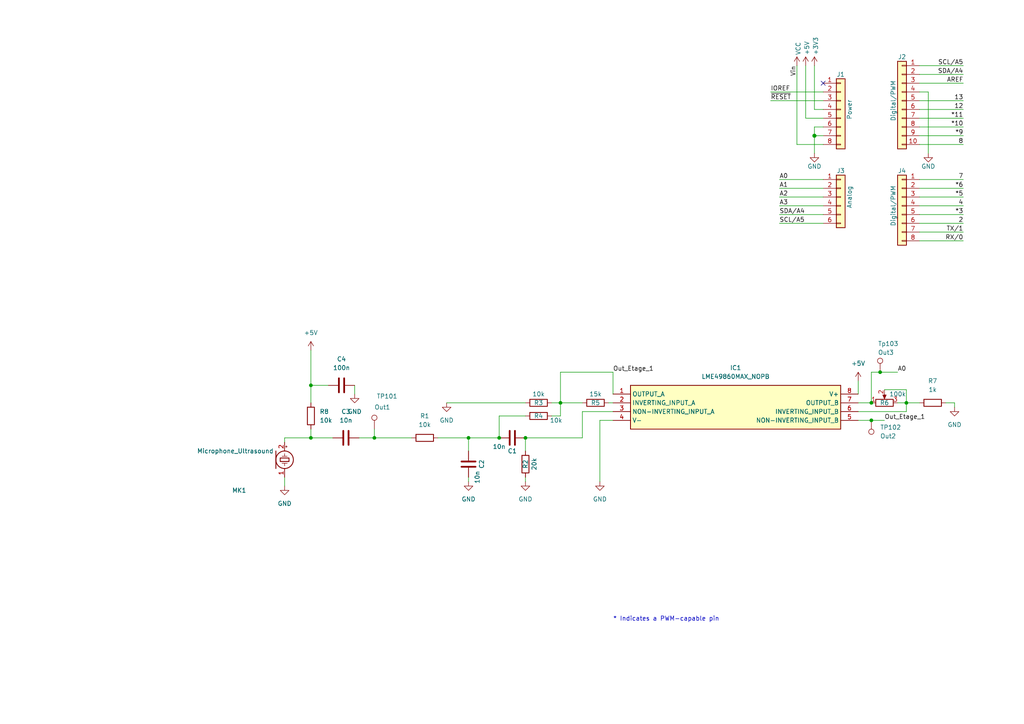
<source format=kicad_sch>
(kicad_sch (version 20230121) (generator eeschema)
  (paper "A4")
  (title_block (date "mar. 31 mars 2015"))
  (lib_symbols
    (symbol "+5V_1" (power) (pin_names (offset 0))
      (property "Value" "+5V_1" (at 0 3.556 0))
      (symbol "+5V_1_0_1"
        (polyline (pts (xy -0.762 1.27) (xy 0 2.54)))
        (polyline (pts (xy 0 0) (xy 0 2.54)))
        (polyline (pts (xy 0 2.54) (xy 0.762 1.27)))
      )
      (symbol "+5V_1_1_1"
        (pin power_in line (at 0 0 90) (length 0) hide (name "+5V") (number "1"))
      )
    )
    (symbol "+5V_2" (power) (pin_names (offset 0))
      (property "Value" "+5V_2" (at 0 3.556 0))
      (symbol "+5V_2_0_1"
        (polyline (pts (xy -0.762 1.27) (xy 0 2.54)))
        (polyline (pts (xy 0 0) (xy 0 2.54)))
        (polyline (pts (xy 0 2.54) (xy 0.762 1.27)))
      )
      (symbol "+5V_2_1_1"
        (pin power_in line (at 0 0 90) (length 0) hide (name "+5V") (number "1"))
      )
    )
    (symbol "Connector:TestPoint" (pin_numbers hide) (pin_names (offset 0.762) hide)
      (property "Reference" "TP" (at 0 6.858 0))
      (property "Value" "TestPoint" (at 0 5.08 0))
      (symbol "TestPoint_0_1"
        (circle (center 0 3.302) (radius 0.762))
      )
      (symbol "TestPoint_1_1"
        (pin passive line (at 0 0 90) (length 2.54) (name "1") (number "1"))
      )
    )
    (symbol "Connector_Generic:Conn_01x06" (pin_names (offset 1.016) hide)
      (property "Reference" "J" (at 0 7.62 0))
      (property "Value" "Conn_01x06" (at 0 -10.16 0))
      (symbol "Conn_01x06_1_1"
        (rectangle (start -1.27 -7.493) (end 0 -7.747) (stroke (width 0.1524)))
        (rectangle (start -1.27 -4.953) (end 0 -5.207) (stroke (width 0.1524)))
        (rectangle (start -1.27 -2.413) (end 0 -2.667) (stroke (width 0.1524)))
        (rectangle (start -1.27 0.127) (end 0 -0.127) (stroke (width 0.1524)))
        (rectangle (start -1.27 2.667) (end 0 2.413) (stroke (width 0.1524)))
        (rectangle (start -1.27 5.207) (end 0 4.953) (stroke (width 0.1524)))
        (rectangle (start -1.27 6.35) (end 1.27 -8.89) (stroke (width 0.254)) (fill (type background)))
        (pin passive line (at -5.08 5.08 0) (length 3.81) (name "Pin_1") (number "1"))
        (pin passive line (at -5.08 2.54 0) (length 3.81) (name "Pin_2") (number "2"))
        (pin passive line (at -5.08 0 0) (length 3.81) (name "Pin_3") (number "3"))
        (pin passive line (at -5.08 -2.54 0) (length 3.81) (name "Pin_4") (number "4"))
        (pin passive line (at -5.08 -5.08 0) (length 3.81) (name "Pin_5") (number "5"))
        (pin passive line (at -5.08 -7.62 0) (length 3.81) (name "Pin_6") (number "6"))
      )
    )
    (symbol "Connector_Generic:Conn_01x08" (pin_names (offset 1.016) hide)
      (property "Reference" "J" (at 0 10.16 0))
      (property "Value" "Conn_01x08" (at 0 -12.7 0))
      (symbol "Conn_01x08_1_1"
        (rectangle (start -1.27 -10.033) (end 0 -10.287) (stroke (width 0.1524)))
        (rectangle (start -1.27 -7.493) (end 0 -7.747) (stroke (width 0.1524)))
        (rectangle (start -1.27 -4.953) (end 0 -5.207) (stroke (width 0.1524)))
        (rectangle (start -1.27 -2.413) (end 0 -2.667) (stroke (width 0.1524)))
        (rectangle (start -1.27 0.127) (end 0 -0.127) (stroke (width 0.1524)))
        (rectangle (start -1.27 2.667) (end 0 2.413) (stroke (width 0.1524)))
        (rectangle (start -1.27 5.207) (end 0 4.953) (stroke (width 0.1524)))
        (rectangle (start -1.27 7.747) (end 0 7.493) (stroke (width 0.1524)))
        (rectangle (start -1.27 8.89) (end 1.27 -11.43) (stroke (width 0.254)) (fill (type background)))
        (pin passive line (at -5.08 7.62 0) (length 3.81) (name "Pin_1") (number "1"))
        (pin passive line (at -5.08 5.08 0) (length 3.81) (name "Pin_2") (number "2"))
        (pin passive line (at -5.08 2.54 0) (length 3.81) (name "Pin_3") (number "3"))
        (pin passive line (at -5.08 0 0) (length 3.81) (name "Pin_4") (number "4"))
        (pin passive line (at -5.08 -2.54 0) (length 3.81) (name "Pin_5") (number "5"))
        (pin passive line (at -5.08 -5.08 0) (length 3.81) (name "Pin_6") (number "6"))
        (pin passive line (at -5.08 -7.62 0) (length 3.81) (name "Pin_7") (number "7"))
        (pin passive line (at -5.08 -10.16 0) (length 3.81) (name "Pin_8") (number "8"))
      )
    )
    (symbol "Connector_Generic:Conn_01x10" (pin_names (offset 1.016) hide)
      (property "Reference" "J" (at 0 12.7 0))
      (property "Value" "Conn_01x10" (at 0 -15.24 0))
      (symbol "Conn_01x10_1_1"
        (rectangle (start -1.27 -12.573) (end 0 -12.827) (stroke (width 0.1524)))
        (rectangle (start -1.27 -10.033) (end 0 -10.287) (stroke (width 0.1524)))
        (rectangle (start -1.27 -7.493) (end 0 -7.747) (stroke (width 0.1524)))
        (rectangle (start -1.27 -4.953) (end 0 -5.207) (stroke (width 0.1524)))
        (rectangle (start -1.27 -2.413) (end 0 -2.667) (stroke (width 0.1524)))
        (rectangle (start -1.27 0.127) (end 0 -0.127) (stroke (width 0.1524)))
        (rectangle (start -1.27 2.667) (end 0 2.413) (stroke (width 0.1524)))
        (rectangle (start -1.27 5.207) (end 0 4.953) (stroke (width 0.1524)))
        (rectangle (start -1.27 7.747) (end 0 7.493) (stroke (width 0.1524)))
        (rectangle (start -1.27 10.287) (end 0 10.033) (stroke (width 0.1524)))
        (rectangle (start -1.27 11.43) (end 1.27 -13.97) (stroke (width 0.254)) (fill (type background)))
        (pin passive line (at -5.08 10.16 0) (length 3.81) (name "Pin_1") (number "1"))
        (pin passive line (at -5.08 -12.7 0) (length 3.81) (name "Pin_10") (number "10"))
        (pin passive line (at -5.08 7.62 0) (length 3.81) (name "Pin_2") (number "2"))
        (pin passive line (at -5.08 5.08 0) (length 3.81) (name "Pin_3") (number "3"))
        (pin passive line (at -5.08 2.54 0) (length 3.81) (name "Pin_4") (number "4"))
        (pin passive line (at -5.08 0 0) (length 3.81) (name "Pin_5") (number "5"))
        (pin passive line (at -5.08 -2.54 0) (length 3.81) (name "Pin_6") (number "6"))
        (pin passive line (at -5.08 -5.08 0) (length 3.81) (name "Pin_7") (number "7"))
        (pin passive line (at -5.08 -7.62 0) (length 3.81) (name "Pin_8") (number "8"))
        (pin passive line (at -5.08 -10.16 0) (length 3.81) (name "Pin_9") (number "9"))
      )
    )
    (symbol "Device:C" (pin_numbers hide) (pin_names (offset 0.254))
      (property "Reference" "C" (at 0.635 2.54 0))
      (property "Value" "C" (at 0.635 -2.54 0))
      (symbol "C_0_1"
        (polyline (pts (xy -2.032 -0.762) (xy 2.032 -0.762)) (stroke (width 0.508)))
        (polyline (pts (xy -2.032 0.762) (xy 2.032 0.762)) (stroke (width 0.508)))
      )
      (symbol "C_1_1"
        (pin passive line (at 0 3.81 270) (length 2.794) (name "~") (number "1"))
        (pin passive line (at 0 -3.81 90) (length 2.794) (name "~") (number "2"))
      )
    )
    (symbol "Device:Microphone_Ultrasound" (pin_names (offset 0.0254) hide)
      (property "Reference" "MK" (at -3.81 1.143 0))
      (property "Value" "Microphone_Ultrasound" (at -3.81 -0.762 0))
      (symbol "Microphone_Ultrasound_0_1"
        (rectangle (start -1.27 0.508) (end 1.27 -0.508) (stroke (width 0.254)))
        (polyline (pts (xy -2.54 2.54) (xy -2.54 -2.54)) (stroke (width 0.254)))
        (polyline (pts (xy -0.762 -1.016) (xy 0.762 -1.016)))
        (polyline (pts (xy -0.762 1.016) (xy 0.762 1.016)))
        (polyline (pts (xy 0 -1.016) (xy 0 -1.778)))
        (polyline (pts (xy 0 1.016) (xy 0 1.778)))
        (polyline (pts (xy 0.254 3.81) (xy 0.762 3.81)))
        (polyline (pts (xy 0.508 4.064) (xy 0.508 3.556)))
        (circle (center 0 0) (radius 2.54) (stroke (width 0.254)))
      )
      (symbol "Microphone_Ultrasound_1_1"
        (pin passive line (at 0 -5.08 90) (length 2.54) (name "-") (number "1"))
        (pin passive line (at 0 5.08 270) (length 2.54) (name "+") (number "2"))
      )
    )
    (symbol "Device:R" (pin_numbers hide) (pin_names (offset 0))
      (property "Reference" "R" (at 2.032 0 90))
      (property "Value" "R" (at 0 0 90))
      (symbol "R_0_1"
        (rectangle (start -1.016 -2.54) (end 1.016 2.54) (stroke (width 0.254)))
      )
      (symbol "R_1_1"
        (pin passive line (at 0 3.81 270) (length 1.27) (name "~") (number "1"))
        (pin passive line (at 0 -3.81 90) (length 1.27) (name "~") (number "2"))
      )
    )
    (symbol "Device:R_Potentiometer" (pin_names (offset 1.016) hide)
      (property "Reference" "RV" (at -4.445 0 90))
      (property "Value" "R_Potentiometer" (at -2.54 0 90))
      (symbol "R_Potentiometer_0_1"
        (polyline (pts (xy 2.54 0) (xy 1.524 0)))
        (polyline (pts (xy 1.143 0) (xy 2.286 0.508) (xy 2.286 -0.508) (xy 1.143 0)) (fill (type outline)))
        (rectangle (start 1.016 2.54) (end -1.016 -2.54) (stroke (width 0.254)))
      )
      (symbol "R_Potentiometer_1_1"
        (pin passive line (at 0 3.81 270) (length 1.27) (name "1") (number "1"))
        (pin passive line (at 3.81 0 180) (length 1.27) (name "2") (number "2"))
        (pin passive line (at 0 -3.81 90) (length 1.27) (name "3") (number "3"))
      )
    )
    (symbol "GND_1" (power) (pin_names (offset 0))
      (property "Value" "GND_1" (at 0 -3.81 0))
      (symbol "GND_1_0_1"
        (polyline (pts (xy 0 0) (xy 0 -1.27) (xy 1.27 -1.27) (xy 0 -2.54) (xy -1.27 -1.27) (xy 0 -1.27)))
      )
      (symbol "GND_1_1_1"
        (pin power_in line (at 0 0 270) (length 0) hide (name "GND") (number "1"))
      )
    )
    (symbol "GND_2" (power) (pin_names (offset 0))
      (property "Value" "GND_2" (at 0 -3.81 0))
      (symbol "GND_2_0_1"
        (polyline (pts (xy 0 0) (xy 0 -1.27) (xy 1.27 -1.27) (xy 0 -2.54) (xy -1.27 -1.27) (xy 0 -1.27)))
      )
      (symbol "GND_2_1_1"
        (pin power_in line (at 0 0 270) (length 0) hide (name "GND") (number "1"))
      )
    )
    (symbol "GND_3" (power) (pin_names (offset 0))
      (property "Value" "GND_3" (at 0 -3.81 0))
      (symbol "GND_3_0_1"
        (polyline (pts (xy 0 0) (xy 0 -1.27) (xy 1.27 -1.27) (xy 0 -2.54) (xy -1.27 -1.27) (xy 0 -1.27)))
      )
      (symbol "GND_3_1_1"
        (pin power_in line (at 0 0 270) (length 0) hide (name "GND") (number "1"))
      )
    )
    (symbol "GND_4" (power) (pin_names (offset 0))
      (property "Value" "GND_4" (at 0 -3.81 0))
      (symbol "GND_4_0_1"
        (polyline (pts (xy 0 0) (xy 0 -1.27) (xy 1.27 -1.27) (xy 0 -2.54) (xy -1.27 -1.27) (xy 0 -1.27)))
      )
      (symbol "GND_4_1_1"
        (pin power_in line (at 0 0 270) (length 0) hide (name "GND") (number "1"))
      )
    )
    (symbol "LME49860MAX_NOPB:LME49860MAX_NOPB"
      (property "Reference" "IC" (at 67.31 7.62 0))
      (property "Value" "LME49860MAX_NOPB" (at 67.31 5.08 0))
      (symbol "LME49860MAX_NOPB_1_1"
        (rectangle (start 5.08 2.54) (end 66.04 -10.16) (stroke (width 0.254)) (fill (type background)))
        (pin passive line (at 0 0 0) (length 5.08) (name "OUTPUT_A") (number "1"))
        (pin passive line (at 0 -2.54 0) (length 5.08) (name "INVERTING_INPUT_A") (number "2"))
        (pin passive line (at 0 -5.08 0) (length 5.08) (name "NON-INVERTING_INPUT_A") (number "3"))
        (pin passive line (at 0 -7.62 0) (length 5.08) (name "V-") (number "4"))
        (pin passive line (at 71.12 -7.62 180) (length 5.08) (name "NON-INVERTING_INPUT_B") (number "5"))
        (pin passive line (at 71.12 -5.08 180) (length 5.08) (name "INVERTING_INPUT_B") (number "6"))
        (pin passive line (at 71.12 -2.54 180) (length 5.08) (name "OUTPUT_B") (number "7"))
        (pin passive line (at 71.12 0 180) (length 5.08) (name "V+") (number "8"))
      )
    )
    (symbol "power:+3V3" (power) (pin_names (offset 0))
      (property "Value" "+3V3" (at 0 3.556 0))
      (symbol "+3V3_0_1"
        (polyline (pts (xy -0.762 1.27) (xy 0 2.54)))
        (polyline (pts (xy 0 0) (xy 0 2.54)))
        (polyline (pts (xy 0 2.54) (xy 0.762 1.27)))
      )
      (symbol "+3V3_1_1"
        (pin power_in line (at 0 0 90) (length 0) hide (name "+3V3") (number "1"))
      )
    )
    (symbol "power:+5V" (power) (pin_names (offset 0))
      (property "Value" "+5V" (at 0 3.556 0))
      (symbol "+5V_0_1"
        (polyline (pts (xy -0.762 1.27) (xy 0 2.54)))
        (polyline (pts (xy 0 0) (xy 0 2.54)))
        (polyline (pts (xy 0 2.54) (xy 0.762 1.27)))
      )
      (symbol "+5V_1_1"
        (pin power_in line (at 0 0 90) (length 0) hide (name "+5V") (number "1"))
      )
    )
    (symbol "power:GND" (power) (pin_names (offset 0))
      (property "Value" "GND" (at 0 -3.81 0))
      (symbol "GND_0_1"
        (polyline (pts (xy 0 0) (xy 0 -1.27) (xy 1.27 -1.27) (xy 0 -2.54) (xy -1.27 -1.27) (xy 0 -1.27)))
      )
      (symbol "GND_1_1"
        (pin power_in line (at 0 0 270) (length 0) hide (name "GND") (number "1"))
      )
    )
    (symbol "power:VCC" (power) (pin_names (offset 0))
      (property "Value" "VCC" (at 0 3.81 0))
      (symbol "VCC_0_1"
        (polyline (pts (xy -0.762 1.27) (xy 0 2.54)))
        (polyline (pts (xy 0 0) (xy 0 2.54)))
        (polyline (pts (xy 0 2.54) (xy 0.762 1.27)))
      )
      (symbol "VCC_1_1"
        (pin power_in line (at 0 0 90) (length 0) hide (name "VCC") (number "1"))
      )
    )
  )
  (junction (at 90.17 111.76))
  (junction (at 236.22 39.37) (diameter 1.016))
  (junction (at 135.89 127))
  (junction (at 152.4 127))
  (junction (at 108.585 127))
  (junction (at 144.78 127))
  (junction (at 252.73 116.84))
  (junction (at 162.56 116.84))
  (junction (at 90.17 127))
  (junction (at 255.27 107.95))
  (junction (at 262.89 116.84))
  (junction (at 252.73 121.92))
  (no_connect (at 238.76 24.13))
  (wire (pts (xy 266.7 69.85) (xy 279.4 69.85)))
  (wire (pts (xy 144.78 120.65) (xy 152.4 120.65)))
  (wire (pts (xy 252.73 121.92) (xy 256.54 121.92)))
  (wire (pts (xy 144.78 127) (xy 144.78 120.65)))
  (wire (pts (xy 90.17 124.46) (xy 90.17 127)))
  (wire (pts (xy 266.7 36.83) (xy 279.4 36.83)))
  (wire (pts (xy 135.89 127) (xy 135.89 130.81)))
  (wire (pts (xy 266.7 19.05) (xy 279.4 19.05)))
  (wire (pts (xy 104.14 127) (xy 108.585 127)))
  (wire (pts (xy 90.17 111.76) (xy 95.25 111.76)))
  (wire (pts (xy 248.92 110.49) (xy 248.92 114.3)))
  (wire (pts (xy 102.87 114.3) (xy 102.87 111.76)))
  (wire (pts (xy 177.8 107.95) (xy 177.8 114.3)))
  (wire (pts (xy 236.22 36.83) (xy 236.22 39.37)))
  (wire (pts (xy 82.55 138.43) (xy 82.55 140.97)))
  (wire (pts (xy 226.06 64.77) (xy 238.76 64.77)))
  (wire (pts (xy 162.56 120.65) (xy 162.56 116.84)))
  (wire (pts (xy 252.73 107.95) (xy 255.27 107.95)))
  (wire (pts (xy 274.32 116.84) (xy 276.86 116.84)))
  (wire (pts (xy 173.99 121.92) (xy 173.99 139.7)))
  (wire (pts (xy 90.17 101.6) (xy 90.17 111.76)))
  (wire (pts (xy 236.22 39.37) (xy 236.22 44.45)))
  (wire (pts (xy 177.8 119.38) (xy 168.91 119.38)))
  (wire (pts (xy 168.91 119.38) (xy 168.91 127)))
  (wire (pts (xy 236.22 31.75) (xy 238.76 31.75)))
  (wire (pts (xy 248.92 119.38) (xy 262.89 119.38)))
  (wire (pts (xy 233.68 34.29) (xy 238.76 34.29)))
  (wire (pts (xy 233.68 19.05) (xy 233.68 34.29)))
  (wire (pts (xy 162.56 116.84) (xy 168.91 116.84)))
  (wire (pts (xy 266.7 29.21) (xy 279.4 29.21)))
  (wire (pts (xy 127 127) (xy 135.89 127)))
  (wire (pts (xy 236.22 19.05) (xy 236.22 31.75)))
  (wire (pts (xy 266.7 52.07) (xy 279.4 52.07)))
  (wire (pts (xy 238.76 52.07) (xy 226.06 52.07)))
  (wire (pts (xy 266.7 31.75) (xy 279.4 31.75)))
  (wire (pts (xy 266.7 54.61) (xy 279.4 54.61)))
  (wire (pts (xy 176.53 116.84) (xy 177.8 116.84)))
  (wire (pts (xy 256.54 113.03) (xy 262.89 113.03)))
  (wire (pts (xy 266.7 39.37) (xy 279.4 39.37)))
  (wire (pts (xy 266.7 59.69) (xy 279.4 59.69)))
  (wire (pts (xy 152.4 127) (xy 168.91 127)))
  (wire (pts (xy 255.27 107.95) (xy 260.35 107.95)))
  (wire (pts (xy 248.92 116.84) (xy 252.73 116.84)))
  (wire (pts (xy 223.52 26.67) (xy 238.76 26.67)))
  (wire (pts (xy 162.56 107.95) (xy 177.8 107.95)))
  (wire (pts (xy 90.17 111.76) (xy 90.17 116.84)))
  (wire (pts (xy 269.24 26.67) (xy 269.24 44.45)))
  (wire (pts (xy 173.99 121.92) (xy 177.8 121.92)))
  (wire (pts (xy 266.7 24.13) (xy 279.4 24.13)))
  (wire (pts (xy 160.02 116.84) (xy 162.56 116.84)))
  (wire (pts (xy 248.92 121.92) (xy 252.73 121.92)))
  (wire (pts (xy 238.76 57.15) (xy 226.06 57.15)))
  (wire (pts (xy 223.52 29.21) (xy 238.76 29.21)))
  (wire (pts (xy 238.76 39.37) (xy 236.22 39.37)))
  (wire (pts (xy 152.4 116.84) (xy 129.54 116.84)))
  (wire (pts (xy 252.73 116.84) (xy 252.73 107.95)))
  (wire (pts (xy 238.76 41.91) (xy 231.14 41.91)))
  (wire (pts (xy 262.89 113.03) (xy 262.89 116.84)))
  (wire (pts (xy 162.56 120.65) (xy 160.02 120.65)))
  (wire (pts (xy 90.17 127) (xy 96.52 127)))
  (wire (pts (xy 226.06 54.61) (xy 238.76 54.61)))
  (wire (pts (xy 260.35 116.84) (xy 262.89 116.84)))
  (wire (pts (xy 266.7 26.67) (xy 269.24 26.67)))
  (wire (pts (xy 82.55 128.27) (xy 82.55 127)))
  (wire (pts (xy 238.76 36.83) (xy 236.22 36.83)))
  (wire (pts (xy 266.7 34.29) (xy 279.4 34.29)))
  (wire (pts (xy 262.89 116.84) (xy 266.7 116.84)))
  (wire (pts (xy 108.585 124.46) (xy 108.585 127)))
  (wire (pts (xy 266.7 57.15) (xy 279.4 57.15)))
  (wire (pts (xy 226.06 59.69) (xy 238.76 59.69)))
  (wire (pts (xy 108.585 127) (xy 119.38 127)))
  (wire (pts (xy 152.4 139.7) (xy 152.4 138.43)))
  (wire (pts (xy 262.89 116.84) (xy 262.89 119.38)))
  (wire (pts (xy 135.89 138.43) (xy 135.89 139.7)))
  (wire (pts (xy 82.55 127) (xy 90.17 127)))
  (wire (pts (xy 266.7 21.59) (xy 279.4 21.59)))
  (wire (pts (xy 276.86 116.84) (xy 276.86 118.11)))
  (wire (pts (xy 266.7 64.77) (xy 279.4 64.77)))
  (wire (pts (xy 266.7 62.23) (xy 279.4 62.23)))
  (wire (pts (xy 144.78 127) (xy 135.89 127)))
  (wire (pts (xy 162.56 107.95) (xy 162.56 116.84)))
  (wire (pts (xy 266.7 67.31) (xy 279.4 67.31)))
  (wire (pts (xy 231.14 41.91) (xy 231.14 19.05)))
  (wire (pts (xy 152.4 127) (xy 152.4 130.81)))
  (wire (pts (xy 238.76 62.23) (xy 226.06 62.23)))
  (wire (pts (xy 266.7 41.91) (xy 279.4 41.91)))
  (text "* Indicates a PWM-capable pin" (at 177.8 180.34 0) (effects (font (size 1.27 1.27)) (justify left bottom)))
  (label "RX{slash}0" (at 279.4 69.85 180))
  (label "A2" (at 226.06 57.15 0))
  (label "4" (at 279.4 59.69 180))
  (label "2" (at 279.4 64.77 180))
  (label "A3" (at 226.06 59.69 0))
  (label "13" (at 279.4 29.21 180))
  (label "12" (at 279.4 31.75 180))
  (label "Out_Etage_1" (at 177.8 107.95 0))
  (label "~{RESET}" (at 223.52 29.21 0))
  (label "Out_Etage_1" (at 256.54 121.92 0))
  (label "*10" (at 279.4 36.83 180))
  (label "7" (at 279.4 52.07 180))
  (label "SDA{slash}A4" (at 279.4 21.59 180))
  (label "8" (at 279.4 41.91 180))
  (label "*11" (at 279.4 34.29 180))
  (label "*3" (at 279.4 62.23 180))
  (label "A1" (at 226.06 54.61 0))
  (label "TX{slash}1" (at 279.4 67.31 180))
  (label "A0" (at 226.06 52.07 0))
  (label "AREF" (at 279.4 24.13 180))
  (label "Vin" (at 231.14 19.05 270))
  (label "*6" (at 279.4 54.61 180))
  (label "SCL{slash}A5" (at 279.4 19.05 180))
  (label "*9" (at 279.4 39.37 180))
  (label "A0" (at 260.35 107.95 0))
  (label "*5" (at 279.4 57.15 180))
  (label "IOREF" (at 223.52 26.67 0))
  (label "SDA{slash}A4" (at 226.06 62.23 0))
  (label "SCL{slash}A5" (at 226.06 64.77 0))
  (symbol (lib_id "Connector_Generic:Conn_01x08") (at 243.84 31.75 0) (unit 1)
    (property "Reference" "J1" (at 243.84 21.59 0))
    (property "Value" "Power" (at 246.38 31.75 90))
    (property "Footprint" "Connector_PinSocket_2.54mm:PinSocket_1x08_P2.54mm_Vertical" (effects hide))
  )
  (symbol (lib_id "power:+3V3") (at 236.22 19.05 0) (unit 1)
    (property "Reference" "#PWR03" (effects hide))
    (property "Value" "+3.3V" (at 236.601 16.002 90) (effects (justify left)))
  )
  (symbol (lib_id "power:+5V") (at 233.68 19.05 0) (unit 1)
    (property "Reference" "#PWR02" (effects hide))
    (property "Value" "+5V" (at 234.0356 16.002 90) (effects (justify left)))
  )
  (symbol (lib_id "power:GND") (at 236.22 44.45 0) (unit 1)
    (property "Reference" "#PWR04" (effects hide))
    (property "Value" "GND" (at 236.22 48.26 0))
  )
  (symbol (lib_id "Connector_Generic:Conn_01x10") (at 261.62 29.21 0) (mirror y) (unit 1)
    (property "Reference" "J2" (at 261.62 16.51 0))
    (property "Value" "Digital/PWM" (at 259.08 29.21 90))
    (property "Footprint" "Connector_PinSocket_2.54mm:PinSocket_1x10_P2.54mm_Vertical" (effects hide))
  )
  (symbol (lib_id "power:GND") (at 269.24 44.45 0) (unit 1)
    (property "Reference" "#PWR05" (effects hide))
    (property "Value" "GND" (at 269.24 48.26 0))
  )
  (symbol (lib_id "Connector_Generic:Conn_01x06") (at 243.84 57.15 0) (unit 1)
    (property "Reference" "J3" (at 243.84 49.53 0))
    (property "Value" "Analog" (at 246.38 57.15 90))
    (property "Footprint" "Connector_PinSocket_2.54mm:PinSocket_1x06_P2.54mm_Vertical" (effects hide))
  )
  (symbol (lib_id "Connector_Generic:Conn_01x08") (at 261.62 59.69 0) (mirror y) (unit 1)
    (property "Reference" "J4" (at 261.62 49.53 0))
    (property "Value" "Digital/PWM" (at 259.08 59.69 90))
    (property "Footprint" "Connector_PinSocket_2.54mm:PinSocket_1x08_P2.54mm_Vertical" (effects hide))
  )
  (symbol (lib_id "Device:R") (at 90.17 120.65 0) (unit 1)
    (property "Reference" "R8" (at 92.71 119.38 0) (effects (justify left)))
    (property "Value" "10k" (at 92.71 121.92 0) (effects (justify left)))
    (property "Footprint" "Resistor_SMD:R_1206_3216Metric_Pad1.30x1.75mm_HandSolder" (effects hide))
  )
  (symbol (lib_name "+5V_2") (lib_id "power:+5V") (at 90.17 101.6 0) (unit 1)
    (property "Reference" "#PWR013" (effects hide))
    (property "Value" "+5V" (at 90.17 96.52 0))
  )
  (symbol (lib_id "Device:C") (at 135.89 134.62 180) (unit 1)
    (property "Reference" "C2" (at 139.7 134.62 90))
    (property "Value" "10n" (at 138.43 138.43 90))
    (property "Footprint" "Capacitor_SMD:C_1206_3216Metric_Pad1.33x1.80mm_HandSolder" (effects hide))
  )
  (symbol (lib_id "Device:Microphone_Ultrasound") (at 82.55 133.35 0) (unit 1)
    (property "Reference" "MK1" (at 67.31 142.24 0) (effects (justify left)))
    (property "Value" "Microphone_Ultrasound" (at 57.15 130.81 0) (effects (justify left)))
    (property "Footprint" "Diode_THT:D_A-405_P2.54mm_Vertical_AnodeUp" (effects hide))
  )
  (symbol (lib_id "Device:R") (at 152.4 134.62 180) (unit 1)
    (property "Reference" "R2" (at 152.4 134.62 90))
    (property "Value" "20k" (at 154.94 134.62 90))
    (property "Footprint" "Resistor_SMD:R_0805_2012Metric_Pad1.20x1.40mm_HandSolder" (effects hide))
  )
  (symbol (lib_name "GND_3") (lib_id "power:GND") (at 173.99 139.7 0) (unit 1)
    (property "Reference" "#PWR011" (effects hide))
    (property "Value" "GND" (at 173.99 144.78 0))
  )
  (symbol (lib_id "Device:R") (at 156.21 120.65 90) (unit 1)
    (property "Reference" "R4" (at 156.21 120.65 90))
    (property "Value" "10k" (at 161.29 121.92 90))
    (property "Footprint" "Resistor_SMD:R_1206_3216Metric_Pad1.30x1.75mm_HandSolder" (effects hide))
  )
  (symbol (lib_name "GND_3") (lib_id "power:GND") (at 135.89 139.7 0) (unit 1)
    (property "Reference" "#PWR09" (effects hide))
    (property "Value" "GND" (at 135.89 144.78 0))
  )
  (symbol (lib_id "LME49860MAX_NOPB:LME49860MAX_NOPB") (at 177.8 114.3 0) (unit 1)
    (property "Reference" "IC1" (at 213.36 106.68 0))
    (property "Value" "LME49860MAX_NOPB" (at 213.36 109.22 0))
    (property "Footprint" "KiCad:SOIC127P600X175-8N" (effects hide))
    (property "Datasheet" "http://www.ti.com/lit/gpn/lme49860" (effects hide))
    (property "Height" "1.75" (effects hide))
    (property "Mouser Part Number" "926-LME49860MAX/NOPB" (effects hide))
    (property "Mouser Price/Stock" "https://www.mouser.co.uk/ProductDetail/Texas-Instruments/LME49860MAX-NOPB?qs=7lkVKPoqpbYDt5Sw0CH1Cw%3D%3D" (effects hide))
    (property "Manufacturer_Name" "Texas Instruments" (effects hide))
    (property "Manufacturer_Part_Number" "LME49860MAX/NOPB" (effects hide))
  )
  (symbol (lib_name "GND_3") (lib_id "power:GND") (at 102.87 114.3 0) (unit 1)
    (property "Reference" "#PWR014" (effects hide))
    (property "Value" "GND" (at 102.87 119.38 0))
  )
  (symbol (lib_id "power:VCC") (at 231.14 19.05 0) (unit 1)
    (property "Reference" "#PWR01" (effects hide))
    (property "Value" "VCC" (at 231.521 16.002 90) (effects (justify left)))
  )
  (symbol (lib_name "GND_1") (lib_id "power:GND") (at 276.86 118.11 0) (unit 1)
    (property "Reference" "#PWR06" (effects hide))
    (property "Value" "GND" (at 276.86 123.19 0))
  )
  (symbol (lib_id "Connector:TestPoint") (at 252.73 121.92 180) (unit 1)
    (property "Reference" "TP102" (at 255.27 123.952 0) (effects (justify right)))
    (property "Value" "Out2" (at 255.27 126.492 0) (effects (justify right)))
    (property "Footprint" "TestPoint:TestPoint_Loop_D3.80mm_Drill2.0mm" (effects hide))
  )
  (symbol (lib_id "Connector:TestPoint") (at 255.27 107.95 0) (unit 1)
    (property "Reference" "Tp103" (at 254.635 99.695 0) (effects (justify left)))
    (property "Value" "Out3" (at 254.635 102.235 0) (effects (justify left)))
    (property "Footprint" "TestPoint:TestPoint_Loop_D3.80mm_Drill2.0mm" (effects hide))
  )
  (symbol (lib_id "Device:C") (at 148.59 127 90) (unit 1)
    (property "Reference" "C1" (at 148.59 130.81 90))
    (property "Value" "10n" (at 144.78 129.54 90))
    (property "Footprint" "Capacitor_SMD:C_1206_3216Metric_Pad1.33x1.80mm_HandSolder" (effects hide))
  )
  (symbol (lib_name "+5V_1") (lib_id "power:+5V") (at 248.92 110.49 0) (unit 1)
    (property "Reference" "#PWR010" (effects hide))
    (property "Value" "+5V" (at 248.92 105.41 0))
  )
  (symbol (lib_id "Device:R") (at 123.19 127 90) (unit 1)
    (property "Reference" "R1" (at 123.19 120.65 90))
    (property "Value" "10k" (at 123.19 123.19 90))
    (property "Footprint" "Resistor_SMD:R_1206_3216Metric_Pad1.30x1.75mm_HandSolder" (effects hide))
  )
  (symbol (lib_name "GND_4") (lib_id "power:GND") (at 82.55 140.97 0) (unit 1)
    (property "Reference" "#PWR012" (effects hide))
    (property "Value" "GND" (at 82.55 146.05 0))
  )
  (symbol (lib_name "GND_2") (lib_id "power:GND") (at 129.54 116.84 0) (unit 1)
    (property "Reference" "#PWR07" (effects hide))
    (property "Value" "GND" (at 129.54 121.92 0))
  )
  (symbol (lib_id "Device:C") (at 100.33 127 90) (unit 1)
    (property "Reference" "C3" (at 100.33 119.38 90))
    (property "Value" "10n" (at 100.33 121.92 90))
    (property "Footprint" "Capacitor_SMD:C_1206_3216Metric_Pad1.33x1.80mm_HandSolder" (effects hide))
  )
  (symbol (lib_id "Device:R") (at 172.72 116.84 90) (unit 1)
    (property "Reference" "R5" (at 172.72 116.84 90))
    (property "Value" "15k" (at 172.72 114.3 90))
    (property "Footprint" "Resistor_SMD:R_0805_2012Metric_Pad1.20x1.40mm_HandSolder" (effects hide))
  )
  (symbol (lib_id "Device:R") (at 156.21 116.84 90) (unit 1)
    (property "Reference" "R3" (at 156.21 116.84 90))
    (property "Value" "10k" (at 156.21 114.3 90))
    (property "Footprint" "Resistor_SMD:R_1206_3216Metric_Pad1.30x1.75mm_HandSolder" (effects hide))
  )
  (symbol (lib_name "GND_3") (lib_id "power:GND") (at 152.4 139.7 0) (unit 1)
    (property "Reference" "#PWR08" (effects hide))
    (property "Value" "GND" (at 152.4 144.78 0))
  )
  (symbol (lib_id "Device:R") (at 270.51 116.84 270) (mirror x) (unit 1)
    (property "Reference" "R7" (at 270.51 110.49 90))
    (property "Value" "1k" (at 270.51 113.03 90))
    (property "Footprint" "Resistor_SMD:R_1206_3216Metric_Pad1.30x1.75mm_HandSolder" (effects hide))
  )
  (symbol (lib_id "Connector:TestPoint") (at 108.585 124.46 0) (unit 1)
    (property "Reference" "TP101" (at 109.22 114.935 0) (effects (justify left)))
    (property "Value" "Out1" (at 108.585 118.11 0) (effects (justify left)))
    (property "Footprint" "TestPoint:TestPoint_Loop_D3.80mm_Drill2.0mm" (effects hide))
  )
  (symbol (lib_id "Device:R_Potentiometer") (at 256.54 116.84 90) (unit 1)
    (property "Reference" "R6" (at 256.54 116.84 90))
    (property "Value" "100k" (at 260.35 114.3 90))
    (property "Footprint" "Potentiometer_THT:Potentiometer_Vishay_T73XW_Horizontal" (effects hide))
  )
  (symbol (lib_id "Device:C") (at 99.06 111.76 90) (unit 1)
    (property "Reference" "C4" (at 99.06 104.14 90))
    (property "Value" "100n" (at 99.06 106.68 90))
    (property "Footprint" "Capacitor_SMD:C_1206_3216Metric_Pad1.33x1.80mm_HandSolder" (effects hide))
  )
)
</source>
